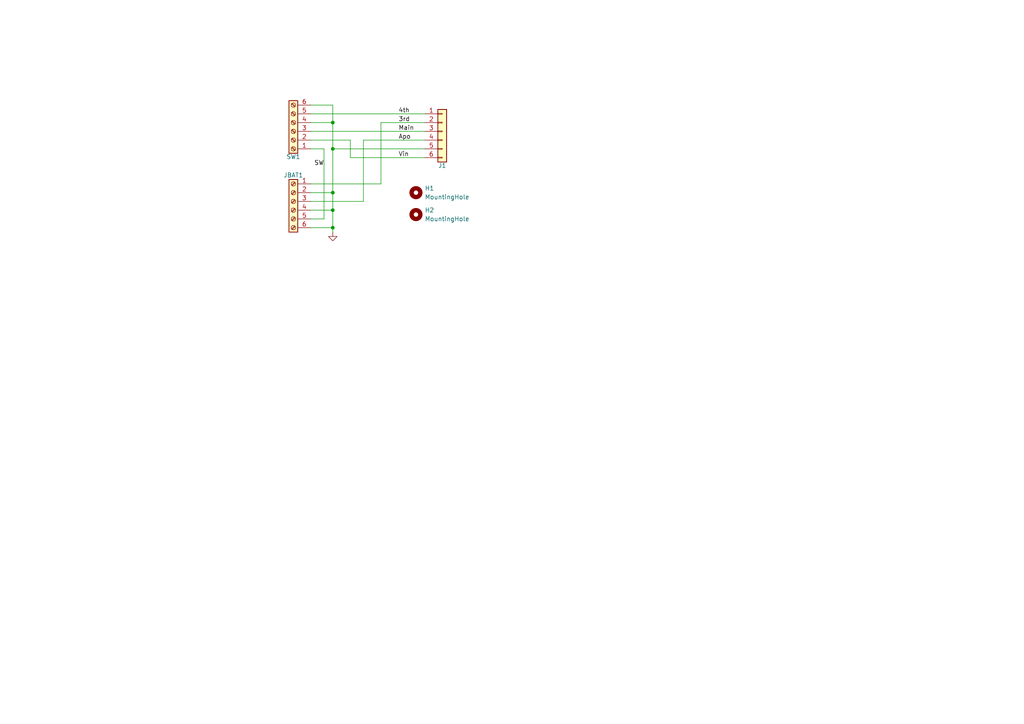
<source format=kicad_sch>
(kicad_sch (version 20250114) (generator "eeschema") (generator_version "9.0")
  (paper "A4")
  (lib_symbols
    (symbol "Connector:Screw_Terminal_01x06" (pin_names (offset 1.016) (hide yes))
      (property "Reference" "J" (at 0 7.62 0))
      (property "Value" "Screw_Terminal_01x06" (at 0 -10.16 0))
      (symbol "Screw_Terminal_01x06_1_1"
        (rectangle (start -1.27 6.35) (end 1.27 -8.89) (stroke (width 0.254)) (fill (type background)))
        (polyline (pts (xy -0.5334 5.4102) (xy 0.3302 4.572)) (stroke (width 0.1524)))
        (polyline (pts (xy -0.5334 2.8702) (xy 0.3302 2.032)) (stroke (width 0.1524)))
        (polyline (pts (xy -0.5334 0.3302) (xy 0.3302 -0.508)) (stroke (width 0.1524)))
        (polyline (pts (xy -0.5334 -2.2098) (xy 0.3302 -3.048)) (stroke (width 0.1524)))
        (polyline (pts (xy -0.5334 -4.7498) (xy 0.3302 -5.588)) (stroke (width 0.1524)))
        (polyline (pts (xy -0.5334 -7.2898) (xy 0.3302 -8.128)) (stroke (width 0.1524)))
        (polyline (pts (xy -0.3556 5.588) (xy 0.508 4.7498)) (stroke (width 0.1524)))
        (polyline (pts (xy -0.3556 3.048) (xy 0.508 2.2098)) (stroke (width 0.1524)))
        (polyline (pts (xy -0.3556 0.508) (xy 0.508 -0.3302)) (stroke (width 0.1524)))
        (polyline (pts (xy -0.3556 -2.032) (xy 0.508 -2.8702)) (stroke (width 0.1524)))
        (polyline (pts (xy -0.3556 -4.572) (xy 0.508 -5.4102)) (stroke (width 0.1524)))
        (polyline (pts (xy -0.3556 -7.112) (xy 0.508 -7.9502)) (stroke (width 0.1524)))
        (circle (center 0 5.08) (radius 0.635) (stroke (width 0.1524)))
        (circle (center 0 2.54) (radius 0.635) (stroke (width 0.1524)))
        (circle (center 0 0) (radius 0.635) (stroke (width 0.1524)))
        (circle (center 0 -2.54) (radius 0.635) (stroke (width 0.1524)))
        (circle (center 0 -5.08) (radius 0.635) (stroke (width 0.1524)))
        (circle (center 0 -7.62) (radius 0.635) (stroke (width 0.1524)))
        (pin passive line (at -5.08 5.08 0) (length 3.81) (name "Pin_1") (number "1"))
        (pin passive line (at -5.08 2.54 0) (length 3.81) (name "Pin_2") (number "2"))
        (pin passive line (at -5.08 0 0) (length 3.81) (name "Pin_3") (number "3"))
        (pin passive line (at -5.08 -2.54 0) (length 3.81) (name "Pin_4") (number "4"))
        (pin passive line (at -5.08 -5.08 0) (length 3.81) (name "Pin_5") (number "5"))
        (pin passive line (at -5.08 -7.62 0) (length 3.81) (name "Pin_6") (number "6"))
      )
    )
    (symbol "Connector_Generic:Conn_01x06" (pin_names (offset 1.016) (hide yes))
      (property "Reference" "J" (at 0 7.62 0))
      (property "Value" "Conn_01x06" (at 0 -10.16 0))
      (symbol "Conn_01x06_1_1"
        (rectangle (start -1.27 6.35) (end 1.27 -8.89) (stroke (width 0.254)) (fill (type background)))
        (rectangle (start -1.27 5.207) (end 0 4.953) (stroke (width 0.1524)))
        (rectangle (start -1.27 2.667) (end 0 2.413) (stroke (width 0.1524)))
        (rectangle (start -1.27 0.127) (end 0 -0.127) (stroke (width 0.1524)))
        (rectangle (start -1.27 -2.413) (end 0 -2.667) (stroke (width 0.1524)))
        (rectangle (start -1.27 -4.953) (end 0 -5.207) (stroke (width 0.1524)))
        (rectangle (start -1.27 -7.493) (end 0 -7.747) (stroke (width 0.1524)))
        (pin passive line (at -5.08 5.08 0) (length 3.81) (name "Pin_1") (number "1"))
        (pin passive line (at -5.08 2.54 0) (length 3.81) (name "Pin_2") (number "2"))
        (pin passive line (at -5.08 0 0) (length 3.81) (name "Pin_3") (number "3"))
        (pin passive line (at -5.08 -2.54 0) (length 3.81) (name "Pin_4") (number "4"))
        (pin passive line (at -5.08 -5.08 0) (length 3.81) (name "Pin_5") (number "5"))
        (pin passive line (at -5.08 -7.62 0) (length 3.81) (name "Pin_6") (number "6"))
      )
    )
    (symbol "Mechanical:MountingHole" (pin_names (offset 1.016)) (exclude_from_sim yes) (in_bom no)
      (property "Reference" "H" (at 0 5.08 0))
      (property "Value" "MountingHole" (at 0 3.175 0))
      (symbol "MountingHole_0_1"
        (circle (center 0 0) (radius 1.27) (stroke (width 1.27)))
      )
    )
    (symbol "power:GND" (power) (pin_numbers (hide yes)) (pin_names (offset 0) (hide yes))
      (property "Value" "GND" (at 0 -3.81 0))
      (symbol "GND_0_1"
        (polyline (pts (xy 0 0) (xy 0 -1.27) (xy 1.27 -1.27) (xy 0 -2.54) (xy -1.27 -1.27) (xy 0 -1.27)))
      )
      (symbol "GND_1_1"
        (pin power_in line (at 0 0 270) (length 0) (name "~") (number "1"))
      )
    )
  )
  (junction (at 96.52 66.04))
  (junction (at 96.52 35.56))
  (junction (at 96.52 55.88))
  (junction (at 96.52 43.18))
  (junction (at 96.52 60.96))
  (wire (pts (xy 96.52 43.18) (xy 123.19 43.18)))
  (wire (pts (xy 96.52 35.56) (xy 96.52 43.18)))
  (wire (pts (xy 90.17 60.96) (xy 96.52 60.96)))
  (wire (pts (xy 90.17 30.48) (xy 96.52 30.48)))
  (wire (pts (xy 90.17 38.1) (xy 123.19 38.1)))
  (wire (pts (xy 96.52 66.04) (xy 96.52 67.31)))
  (wire (pts (xy 96.52 30.48) (xy 96.52 35.56)))
  (wire (pts (xy 90.17 53.34) (xy 110.49 53.34)))
  (wire (pts (xy 93.98 43.18) (xy 93.98 63.5)))
  (wire (pts (xy 90.17 43.18) (xy 93.98 43.18)))
  (wire (pts (xy 90.17 55.88) (xy 96.52 55.88)))
  (wire (pts (xy 123.19 35.56) (xy 110.49 35.56)))
  (wire (pts (xy 123.19 40.64) (xy 105.41 40.64)))
  (wire (pts (xy 90.17 66.04) (xy 96.52 66.04)))
  (wire (pts (xy 90.17 40.64) (xy 101.6 40.64)))
  (wire (pts (xy 101.6 45.72) (xy 123.19 45.72)))
  (wire (pts (xy 96.52 60.96) (xy 96.52 66.04)))
  (wire (pts (xy 96.52 43.18) (xy 96.52 55.88)))
  (wire (pts (xy 101.6 40.64) (xy 101.6 45.72)))
  (wire (pts (xy 93.98 63.5) (xy 90.17 63.5)))
  (wire (pts (xy 110.49 35.56) (xy 110.49 53.34)))
  (wire (pts (xy 90.17 35.56) (xy 96.52 35.56)))
  (wire (pts (xy 105.41 58.42) (xy 90.17 58.42)))
  (wire (pts (xy 105.41 40.64) (xy 105.41 58.42)))
  (wire (pts (xy 96.52 55.88) (xy 96.52 60.96)))
  (wire (pts (xy 90.17 33.02) (xy 123.19 33.02)))
  (label "Vin" (at 115.57 45.72 0))
  (label "Apo" (at 115.57 40.64 0))
  (label "3rd" (at 115.57 35.56 0))
  (label "SW" (at 93.98 48.26 180))
  (label "4th" (at 115.57 33.02 0))
  (label "Main" (at 115.57 38.1 0))
  (symbol (lib_id "Mechanical:MountingHole") (at 120.65 55.88 0) (unit 1) (exclude_from_sim yes) (in_bom no)
    (property "Reference" "H1" (at 123.19 54.6099 0) (effects (justify left)))
    (property "Value" "MountingHole" (at 123.19 57.1499 0) (effects (justify left)))
    (property "Footprint" "MountingHole:MountingHole_3.2mm_M3" (effects (hide yes)))
    (property "Description" "Mounting Hole without connection" (effects (hide yes)))
  )
  (symbol (lib_id "Connector_Generic:Conn_01x06") (at 128.27 38.1 0) (unit 1)
    (property "Reference" "J1" (at 128.27 48.006 0))
    (property "Value" "Conn_01x06" (effects (hide yes)))
    (property "Footprint" "Connector_PinHeader_2.54mm:PinHeader_1x06_P2.54mm_Horizontal" (effects (hide yes)))
    (property "Description" "Generic connector, single row, 01x06, script generated (kicad-library-utils/schlib/autogen/connector/)" (effects (hide yes)))
  )
  (symbol (lib_id "Mechanical:MountingHole") (at 120.65 62.23 0) (unit 1) (exclude_from_sim yes) (in_bom no)
    (property "Reference" "H2" (at 123.19 60.9599 0) (effects (justify left)))
    (property "Value" "MountingHole" (at 123.19 63.4999 0) (effects (justify left)))
    (property "Footprint" "MountingHole:MountingHole_3.2mm_M3" (effects (hide yes)))
    (property "Description" "Mounting Hole without connection" (effects (hide yes)))
  )
  (symbol (lib_id "Connector:Screw_Terminal_01x06") (at 85.09 58.42 0) (mirror y) (unit 1)
    (property "Reference" "JBAT1" (at 85.09 50.8 0))
    (property "Value" "Screw_Terminal_01x06" (effects (hide yes)))
    (property "Footprint" "3.5mm 6 pos molex screw terminal:3.5mm 6 pos molex screw terminal" (effects (hide yes)))
    (property "Description" "Generic screw terminal, single row, 01x06, script generated (kicad-library-utils/schlib/autogen/connector/)" (effects (hide yes)))
  )
  (symbol (lib_id "Connector:Screw_Terminal_01x06") (at 85.09 38.1 180) (unit 1)
    (property "Reference" "SW1" (at 85.09 45.466 0))
    (property "Value" "Screw_Terminal_01x06" (effects (hide yes)))
    (property "Footprint" "3.5mm 6 pos molex screw terminal:3.5mm 6 pos molex screw terminal" (effects (hide yes)))
    (property "Description" "Generic screw terminal, single row, 01x06, script generated (kicad-library-utils/schlib/autogen/connector/)" (effects (hide yes)))
  )
  (symbol (lib_id "power:GND") (at 96.52 67.31 0) (unit 1)
    (property "Reference" "#PWR01" (effects (hide yes)))
    (property "Value" "GND" (effects (hide yes)))
    (property "Description" "Power symbol creates a global label with name \"GND\" , ground" (effects (hide yes)))
  )
)
</source>
